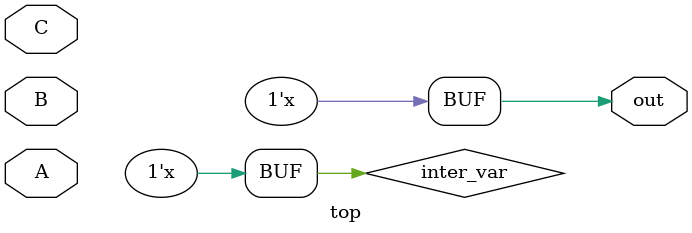
<source format=v>
`timescale 1ns / 1ps
module top(A,B,C,out);
input A, B, C;
output reg out;
reg inter_var;
always #10 inter_var = ~inter_var;

always @(A | B | C) begin
inter_var = A & B; // line 1
out = inter_var + C; // line 2
$display("Hi");
end
endmodule
</source>
